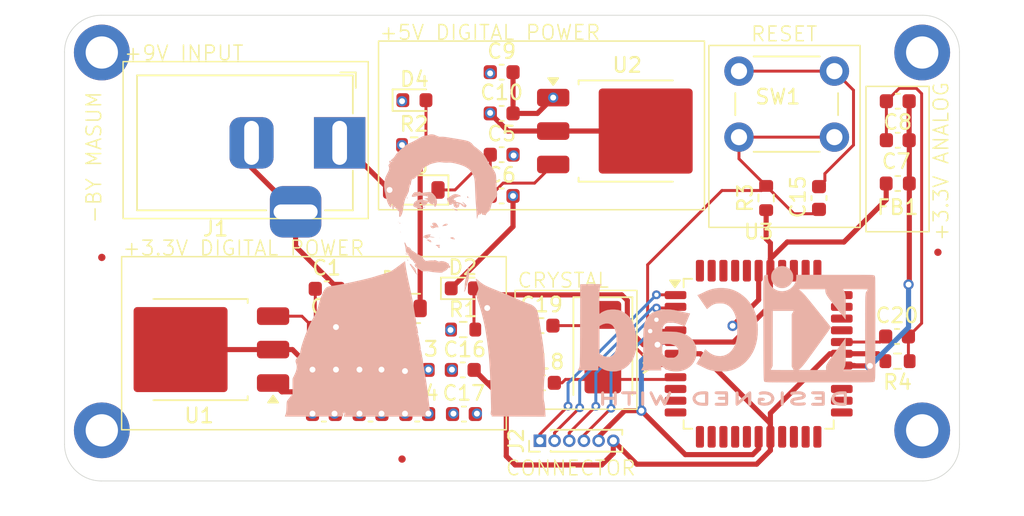
<source format=kicad_pcb>
(kicad_pcb (version 20241229) (generator "pcbnew") (generator_version "9.0")
  (title_block (title "ATmega32 Evaluaiton Board") (date "2025-05-28") (rev "v-1") (company "Md Masum Biswas"))
  (layers (0 "F.Cu" signal) (4 "In1.Cu" signal) (6 "In2.Cu" signal) (2 "B.Cu" signal) (13 "F.Paste" user) (15 "B.Paste" user) (5 "F.SilkS" user "F.Silkscreen") (7 "B.SilkS" user "B.Silkscreen") (1 "F.Mask" user) (3 "B.Mask" user) (25 "Edge.Cuts" user))
  (net 0 "")
  (net 1 "Net-(D1-K)")
  (net 2 "GNDA")
  (net 3 "+3v3D")
  (net 4 "Net-(D3-K)")
  (net 5 "+3v3A")
  (net 6 "+5VD")
  (net 7 "RST")
  (net 8 "Net-(C15-Pad2)")
  (net 9 "Net-(U3-XTAL1)")
  (net 10 "Net-(U3-XTAL2)")
  (net 11 "Net-(U3-AREF)")
  (net 12 "Net-(D2-A)")
  (net 13 "+9VD")
  (net 14 "Net-(D4-A)")
  (net 15 "PB7")
  (net 16 "PB5")
  (net 17 "PB6")
  (net 18 "PA6")
  (net 19 "PA3")
  (net 20 "PA5")
  (net 21 "PA1")
  (net 22 "PB4")
  (net 23 "PD5")
  (net 24 "PB3")
  (net 25 "PD7")
  (net 26 "PC4")
  (net 27 "PD6")
  (net 28 "PC1")
  (net 29 "PD4")
  (net 30 "PA4")
  (net 31 "PD2")
  (net 32 "PB0")
  (net 33 "PC3")
  (net 34 "PA2")
  (net 35 "PD1")
  (net 36 "PA7")
  (net 37 "PC2")
  (net 38 "PD3")
  (net 39 "PB2")
  (net 40 "PB1")
  (net 41 "PC6")
  (net 42 "PC5")
  (net 43 "PC0")
  (net 44 "PA0")
  (net 45 "PC7")
  (net 46 "PD0")
  (net 47 "GNDD")
  (footprint "Capacitor_SMD:C_0603_1608Metric" (layer "F.Cu") (at 50.055 67.83)
    (property "Reference" "C12" (at 0 -1.43 0) (layer "F.SilkS"))
    (property "Value" "4.7uF")
    (pad "1" smd roundrect (at -0.775 0) (size 0.9 0.95) (layers "F.Cu" "F.Mask" "F.Paste") (net 3 "+3v3D"))
    (pad "2" smd roundrect (at 0.775 0) (size 0.9 0.95) (layers "F.Cu" "F.Mask" "F.Paste") (net 47 "GNDD"))
  )
  (footprint "Capacitor_SMD:C_0603_1608Metric" (layer "F.Cu") (at 56.335 64.82)
    (property "Reference" "C16" (at 0.135 -1.39 0) (layer "F.SilkS"))
    (property "Value" "0.1uF")
    (pad "1" smd roundrect (at -0.775 0) (size 0.9 0.95) (layers "F.Cu" "F.Mask" "F.Paste") (net 3 "+3v3D"))
    (pad "2" smd roundrect (at 0.775 0) (size 0.9 0.95) (layers "F.Cu" "F.Mask" "F.Paste") (net 47 "GNDD"))
  )
  (footprint "Resistor_SMD:R_0603_1608Metric" (layer "F.Cu") (at 77 53.1 90)
    (property "Reference" "R3" (at 0 -1.43 90) (layer "F.SilkS"))
    (property "Value" "10k")
    (pad "1" smd roundrect (at -0.825 0 90) (size 0.8 0.95) (layers "F.Cu" "F.Mask" "F.Paste") (net 3 "+3v3D"))
    (pad "2" smd roundrect (at 0.825 0 90) (size 0.8 0.95) (layers "F.Cu" "F.Mask" "F.Paste") (net 7 "RST"))
  )
  (footprint "Capacitor_SMD:C_0603_1608Metric" (layer "F.Cu") (at 53.196667 64.82)
    (property "Reference" "C13" (at 0 -1.43 0) (layer "F.SilkS"))
    (property "Value" "0.1uF")
    (pad "1" smd roundrect (at -0.775 0) (size 0.9 0.95) (layers "F.Cu" "F.Mask" "F.Paste") (net 3 "+3v3D"))
    (pad "2" smd roundrect (at 0.775 0) (size 0.9 0.95) (layers "F.Cu" "F.Mask" "F.Paste") (net 47 "GNDD"))
  )
  (footprint "Package_TO_SOT_SMD:TO-252-3_TabPin2" (layer "F.Cu") (at 38.375 63.435 180)
    (property "Reference" "U1" (at 0 -4.5 0) (layer "F.SilkS"))
    (property "Value" "LM1117DT-3.3")
    (pad "1" smd roundrect (at -5.04 -2.28 180) (size 2.2 1.2) (layers "F.Cu" "F.Mask" "F.Paste") (roundrect_rratio 0.208333) (net 47 "GNDD"))
    (pad "2" smd roundrect (at -5.04 0 180) (size 2.2 1.2) (layers "F.Cu" "F.Mask" "F.Paste") (roundrect_rratio 0.208333) (net 3 "+3v3D"))
    (pad "2" smd roundrect (at 1.26 0 180) (size 6.4 5.8) (layers "F.Cu" "F.Mask") (roundrect_rratio 0.043103) (net 3 "+3v3D"))
    (pad "3" smd roundrect (at -5.04 2.28 180) (size 2.2 1.2) (layers "F.Cu" "F.Mask" "F.Paste") (roundrect_rratio 0.208333) (net 1 "Net-(D1-K)"))
  )
  (footprint "Capacitor_SMD:C_0603_1608Metric" (layer "F.Cu") (at 80.6 53.1 90)
    (property "Reference" "C15" (at 0.075 -1.43 90) (layer "F.SilkS"))
    (property "Value" "0.1uF")
    (pad "1" smd roundrect (at -0.775 0 90) (size 0.9 0.95) (layers "F.Cu" "F.Mask" "F.Paste") (net 7 "RST"))
    (pad "2" smd roundrect (at 0.775 0 90) (size 0.9 0.95) (layers "F.Cu" "F.Mask" "F.Paste") (net 8 "Net-(C15-Pad2)"))
  )
  (footprint "Button_Switch_THT:SW_PUSH_6mm_H4.3mm" (layer "F.Cu") (at 75.15 44.45)
    (property "Reference" "SW1" (at 2.65 1.75 0) (layer "F.SilkS"))
    (property "Value" "RESET")
    (pad "1" thru_hole circle (at 0 0 90) (size 2 2) (drill 1.1) (layers "*.Cu" "*.Mask") (net 8 "Net-(C15-Pad2)"))
    (pad "1" thru_hole circle (at 6.5 0 90) (size 2 2) (drill 1.1) (layers "*.Cu" "*.Mask") (net 8 "Net-(C15-Pad2)"))
    (pad "2" thru_hole circle (at 0 4.5 90) (size 2 2) (drill 1.1) (layers "*.Cu" "*.Mask") (net 7 "RST"))
    (pad "2" thru_hole circle (at 6.5 4.5 90) (size 2 2) (drill 1.1) (layers "*.Cu" "*.Mask") (net 7 "RST"))
  )
  (footprint "Diode_SMD:D_SOD-123" (layer "F.Cu") (at 53 52.55 180)
    (property "Reference" "D3" (at 0 1.62 0) (layer "F.SilkS"))
    (property "Value" "MBR0520")
    (pad "1" smd roundrect (at -1.65 0 180) (size 0.9 1.2) (layers "F.Cu" "F.Mask" "F.Paste") (net 4 "Net-(D3-K)"))
    (pad "2" smd roundrect (at 1.65 0 180) (size 0.9 1.2) (layers "F.Cu" "F.Mask" "F.Paste") (net 13 "+9VD"))
  )
  (footprint "Package_QFP:TQFP-44_10x10mm_P0.8mm" (layer "F.Cu") (at 76.49 63.72)
    (property "Reference" "U3" (at 0 -8.32 0) (layer "F.SilkS"))
    (property "Value" "ATmega32A-A")
    (pad "1" smd roundrect (at -5.6625 -4) (size 1.475 0.55) (layers "F.Cu" "F.Mask" "F.Paste") (net 16 "PB5"))
    (pad "2" smd roundrect (at -5.6625 -3.2) (size 1.475 0.55) (layers "F.Cu" "F.Mask" "F.Paste") (net 17 "PB6"))
    (pad "3" smd roundrect (at -5.6625 -2.4) (size 1.475 0.55) (layers "F.Cu" "F.Mask" "F.Paste") (net 15 "PB7"))
    (pad "4" smd roundrect (at -5.6625 -1.6) (size 1.475 0.55) (layers "F.Cu" "F.Mask" "F.Paste") (net 7 "RST"))
    (pad "5" smd roundrect (at -5.6625 -0.8) (size 1.475 0.55) (layers "F.Cu" "F.Mask" "F.Paste") (net 3 "+3v3D"))
    (pad "6" smd roundrect (at -5.6625 0) (size 1.475 0.55) (layers "F.Cu" "F.Mask" "F.Paste") (net 47 "GNDD"))
    (pad "7" smd roundrect (at -5.6625 0.8) (size 1.475 0.55) (layers "F.Cu" "F.Mask" "F.Paste") (net 10 "Net-(U3-XTAL2)"))
    (pad "8" smd roundrect (at -5.6625 1.6) (size 1.475 0.55) (layers "F.Cu" "F.Mask" "F.Paste") (net 9 "Net-(U3-XTAL1)"))
    (pad "9" smd roundrect (at -5.6625 2.4) (size 1.475 0.55) (layers "F.Cu" "F.Mask" "F.Paste") (net 46 "PD0"))
    (pad "10" smd roundrect (at -5.6625 3.2) (size 1.475 0.55) (layers "F.Cu" "F.Mask" "F.Paste") (net 35 "PD1"))
    (pad "11" smd roundrect (at -5.6625 4) (size 1.475 0.55) (layers "F.Cu" "F.Mask" "F.Paste") (net 31 "PD2"))
    (pad "12" smd roundrect (at -4 5.6625) (size 0.55 1.475) (layers "F.Cu" "F.Mask" "F.Paste") (net 38 "PD3"))
    (pad "13" smd roundrect (at -3.2 5.6625) (size 0.55 1.475) (layers "F.Cu" "F.Mask" "F.Paste") (net 29 "PD4"))
    (pad "14" smd roundrect (at -2.4 5.6625) (size 0.55 1.475) (layers "F.Cu" "F.Mask" "F.Paste") (net 23 "PD5"))
    (pad "15" smd roundrect (at -1.6 5.6625) (size 0.55 1.475) (layers "F.Cu" "F.Mask" "F.Paste") (net 27 "PD6"))
    (pad "16" smd roundrect (at -0.8 5.6625) (size 0.55 1.475) (layers "F.Cu" "F.Mask" "F.Paste") (net 25 "PD7"))
    (pad "17" smd roundrect (at 0 5.6625) (size 0.55 1.475) (layers "F.Cu" "F.Mask" "F.Paste") (net 3 "+3v3D"))
    (pad "18" smd roundrect (at 0.8 5.6625) (size 0.55 1.475) (layers "F.Cu" "F.Mask" "F.Paste") (net 47 "GNDD"))
    (pad "19" smd roundrect (at 1.6 5.6625) (size 0.55 1.475) (layers "F.Cu" "F.Mask" "F.Paste") (net 43 "PC0"))
    (pad "20" smd roundrect (at 2.4 5.6625) (size 0.55 1.475) (layers "F.Cu" "F.Mask" "F.Paste") (net 28 "PC1"))
    (pad "21" smd roundrect (at 3.2 5.6625) (size 0.55 1.475) (layers "F.Cu" "F.Mask" "F.Paste") (net 37 "PC2"))
    (pad "22" smd roundrect (at 4 5.6625) (size 0.55 1.475) (layers "F.Cu" "F.Mask" "F.Paste") (net 33 "PC3"))
    (pad "23" smd roundrect (at 5.6625 4) (size 1.475 0.55) (layers "F.Cu" "F.Mask" "F.Paste") (net 26 "PC4"))
    (pad "24" smd roundrect (at 5.6625 3.2) (size 1.475 0.55) (layers "F.Cu" "F.Mask" "F.Paste") (net 42 "PC5"))
    (pad "25" smd roundrect (at 5.6625 2.4) (size 1.475 0.55) (layers "F.Cu" "F.Mask" "F.Paste") (net 41 "PC6"))
    (pad "26" smd roundrect (at 5.6625 1.6) (size 1.475 0.55) (layers "F.Cu" "F.Mask" "F.Paste") (net 45 "PC7"))
    (pad "27" smd roundrect (at 5.6625 0.8) (size 1.475 0.55) (layers "F.Cu" "F.Mask" "F.Paste") (net 5 "+3v3A"))
    (pad "28" smd roundrect (at 5.6625 0) (size 1.475 0.55) (layers "F.Cu" "F.Mask" "F.Paste") (net 47 "GNDD"))
    (pad "29" smd roundrect (at 5.6625 -0.8) (size 1.475 0.55) (layers "F.Cu" "F.Mask" "F.Paste") (net 11 "Net-(U3-AREF)"))
    (pad "30" smd roundrect (at 5.6625 -1.6) (size 1.475 0.55) (layers "F.Cu" "F.Mask" "F.Paste") (net 36 "PA7"))
    (pad "31" smd roundrect (at 5.6625 -2.4) (size 1.475 0.55) (layers "F.Cu" "F.Mask" "F.Paste") (net 18 "PA6"))
    (pad "32" smd roundrect (at 5.6625 -3.2) (size 1.475 0.55) (layers "F.Cu" "F.Mask" "F.Paste") (net 20 "PA5"))
    (pad "33" smd roundrect (at 5.6625 -4) (size 1.475 0.55) (layers "F.Cu" "F.Mask" "F.Paste") (net 30 "PA4"))
    (pad "34" smd roundrect (at 4 -5.6625) (size 0.55 1.475) (layers "F.Cu" "F.Mask" "F.Paste") (net 19 "PA3"))
    (pad "35" smd roundrect (at 3.2 -5.6625) (size 0.55 1.475) (layers "F.Cu" "F.Mask" "F.Paste") (net 34 "PA2"))
    (pad "36" smd roundrect (at 2.4 -5.6625) (size 0.55 1.475) (layers "F.Cu" "F.Mask" "F.Paste") (net 21 "PA1"))
    (pad "37" smd roundrect (at 1.6 -5.6625) (size 0.55 1.475) (layers "F.Cu" "F.Mask" "F.Paste") (net 44 "PA0"))
    (pad "38" smd roundrect (at 0.8 -5.6625) (size 0.55 1.475) (layers "F.Cu" "F.Mask" "F.Paste") (net 3 "+3v3D"))
    (pad "39" smd roundrect (at 0 -5.6625) (size 0.55 1.475) (layers "F.Cu" "F.Mask" "F.Paste") (net 47 "GNDD"))
    (pad "40" smd roundrect (at -0.8 -5.6625) (size 0.55 1.475) (layers "F.Cu" "F.Mask" "F.Paste") (net 32 "PB0"))
    (pad "41" smd roundrect (at -1.6 -5.6625) (size 0.55 1.475) (layers "F.Cu" "F.Mask" "F.Paste") (net 40 "PB1"))
    (pad "42" smd roundrect (at -2.4 -5.6625) (size 0.55 1.475) (layers "F.Cu" "F.Mask" "F.Paste") (net 39 "PB2"))
    (pad "43" smd roundrect (at -3.2 -5.6625) (size 0.55 1.475) (layers "F.Cu" "F.Mask" "F.Paste") (net 24 "PB3"))
    (pad "44" smd roundrect (at -4 -5.6625) (size 0.55 1.475) (layers "F.Cu" "F.Mask" "F.Paste") (net 22 "PB4"))
  )
  (footprint "Capacitor_SMD:C_0603_1608Metric" (layer "F.Cu") (at 58.985 47.333333)
    (property "Reference" "C10" (at 0 -1.43 0) (layer "F.SilkS"))
    (property "Value" ".1uF")
    (pad "1" smd roundrect (at -0.775 0) (size 0.9 0.95) (layers "F.Cu" "F.Mask" "F.Paste") (net 6 "+5VD"))
    (pad "2" smd roundrect (at 0.775 0) (size 0.9 0.95) (layers "F.Cu" "F.Mask" "F.Paste") (net 47 "GNDD"))
  )
  (footprint "Capacitor_SMD:C_0603_1608Metric" (layer "F.Cu") (at 58.985 50.146667)
    (property "Reference" "C5" (at 0 -1.43 0) (layer "F.SilkS"))
    (property "Value" "10uF")
    (pad "1" smd roundrect (at -0.775 0) (size 0.9 0.95) (layers "F.Cu" "F.Mask" "F.Paste") (net 4 "Net-(D3-K)"))
    (pad "2" smd roundrect (at 0.775 0) (size 0.9 0.95) (layers "F.Cu" "F.Mask" "F.Paste") (net 47 "GNDD"))
  )
  (footprint "MountingHole:MountingHole_2.2mm_M2_DIN965_Pad" (layer "F.Cu") (at 87.63 43.18)
    (property "Reference" "H4" (hide yes))
    (property "Value" "MountingHole_Pad")
    (pad "1" thru_hole circle (at 0 0) (size 3.8 3.8) (drill 2.2) (layers "*.Cu" "*.Mask") (net 47 "GNDD"))
  )
  (footprint "Resistor_SMD:R_0603_1608Metric" (layer "F.Cu") (at 56.365 62.07)
    (property "Reference" "R1" (at 0 -1.37 0) (layer "F.SilkS"))
    (property "Value" "3.3k")
    (pad "1" smd roundrect (at -0.825 0) (size 0.8 0.95) (layers "F.Cu" "F.Mask" "F.Paste") (net 3 "+3v3D"))
    (pad "2" smd roundrect (at 0.825 0) (size 0.8 0.95) (layers "F.Cu" "F.Mask" "F.Paste") (net 12 "Net-(D2-A)"))
  )
  (footprint "Capacitor_SMD:C_0603_1608Metric" (layer "F.Cu") (at 85.915 62.54)
    (property "Reference" "C20" (at 0 -1.43 0) (layer "F.SilkS"))
    (property "Value" ".1uF")
    (pad "1" smd roundrect (at -0.775 0) (size 0.9 0.95) (layers "F.Cu" "F.Mask" "F.Paste") (net 11 "Net-(U3-AREF)"))
    (pad "2" smd roundrect (at 0.775 0) (size 0.9 0.95) (layers "F.Cu" "F.Mask" "F.Paste") (net 2 "GNDA"))
  )
  (footprint "Fiducial:Fiducial_0.5mm_Mask1.5mm" (layer "F.Cu") (at 31.75 57.15)
    (property "Reference" "FID1" (hide yes))
    (property "Value" "Fiducial")
    (pad "" smd circle (at 0 0) (size 0.5 0.5) (layers "F.Cu" "F.Mask"))
  )
  (footprint "MountingHole:MountingHole_2.2mm_M2_DIN965_Pad" (layer "F.Cu") (at 31.75 68.94)
    (property "Reference" "H2" (hide yes))
    (property "Value" "MountingHole_Pad")
    (pad "1" thru_hole circle (at 0 0) (size 3.8 3.8) (drill 2.2) (layers "*.Cu" "*.Mask") (net 47 "GNDD"))
  )
  (footprint "Capacitor_SMD:C_0603_1608Metric" (layer "F.Cu") (at 85.965 46.5 180)
    (property "Reference" "C8" (at 0 -1.43 0) (layer "F.SilkS"))
    (property "Value" "4.7uF")
    (pad "1" smd roundrect (at -0.775 0 180) (size 0.9 0.95) (layers "F.Cu" "F.Mask" "F.Paste") (net 5 "+3v3A"))
    (pad "2" smd roundrect (at 0.775 0 180) (size 0.9 0.95) (layers "F.Cu" "F.Mask" "F.Paste") (net 2 "GNDA"))
  )
  (footprint "Capacitor_SMD:C_0603_1608Metric" (layer "F.Cu") (at 58.985 52.96)
    (property "Reference" "C6" (at 0 -1.43 0) (layer "F.SilkS"))
    (property "Value" ".1uF")
    (pad "1" smd roundrect (at -0.775 0) (size 0.9 0.95) (layers "F.Cu" "F.Mask" "F.Paste") (net 4 "Net-(D3-K)"))
    (pad "2" smd roundrect (at 0.775 0) (size 0.9 0.95) (layers "F.Cu" "F.Mask" "F.Paste") (net 47 "GNDD"))
  )
  (footprint "Capacitor_SMD:C_0603_1608Metric" (layer "F.Cu") (at 85.965 49.16 180)
    (property "Reference" "C7" (at 0.105 -1.44 0) (layer "F.SilkS"))
    (property "Value" "0.1uF")
    (pad "1" smd roundrect (at -0.775 0 180) (size 0.9 0.95) (layers "F.Cu" "F.Mask" "F.Paste") (net 5 "+3v3A"))
    (pad "2" smd roundrect (at 0.775 0 180) (size 0.9 0.95) (layers "F.Cu" "F.Mask" "F.Paste") (net 2 "GNDA"))
  )
  (footprint "Capacitor_SMD:C_0603_1608Metric" (layer "F.Cu") (at 46.875 67.83)
    (property "Reference" "C4" (at 0 -1.43 0) (layer "F.SilkS"))
    (property "Value" ".1uF")
    (pad "1" smd roundrect (at -0.775 0) (size 0.9 0.95) (layers "F.Cu" "F.Mask" "F.Paste") (net 3 "+3v3D"))
    (pad "2" smd roundrect (at 0.775 0) (size 0.9 0.95) (layers "F.Cu" "F.Mask" "F.Paste") (net 47 "GNDD"))
  )
  (footprint "Capacitor_SMD:C_0603_1608Metric" (layer "F.Cu") (at 46.945 61.95)
    (property "Reference" "C2" (at 0 -1.43 0) (layer "F.SilkS"))
    (property "Value" ".1uF")
    (pad "1" smd roundrect (at -0.775 0) (size 0.9 0.95) (layers "F.Cu" "F.Mask" "F.Paste") (net 1 "Net-(D1-K)"))
    (pad "2" smd roundrect (at 0.775 0) (size 0.9 0.95) (layers "F.Cu" "F.Mask" "F.Paste") (net 47 "GNDD"))
  )
  (footprint "Crystal:Crystal_SMD_0603-2Pin_6.0x3.5mm" (layer "F.Cu") (at 65.88 63.27 -90)
    (property "Reference" "Y1" (at 0.93 -3.32 90) (layer "F.SilkS"))
    (property "Value" "16MHz")
    (pad "1" smd roundrect (at -2.2 0 270) (size 1.9 2.5) (layers "F.Cu" "F.Mask" "F.Paste") (roundrect_rratio 0.131579) (net 10 "Net-(U3-XTAL2)"))
    (pad "2" smd roundrect (at 2.2 0 270) (size 1.9 2.5) (layers "F.Cu" "F.Mask" "F.Paste") (roundrect_rratio 0.131579) (net 9 "Net-(U3-XTAL1)"))
  )
  (footprint "Resistor_SMD:R_0603_1608Metric" (layer "F.Cu") (at 85.95 64.225 180)
    (property "Reference" "R4" (at 0 -1.43 0) (layer "F.SilkS"))
    (property "Value" "1k")
    (pad "1" smd roundrect (at -0.825 0 180) (size 0.8 0.95) (layers "F.Cu" "F.Mask" "F.Paste") (net 2 "GNDA"))
    (pad "2" smd roundrect (at 0.825 0 180) (size 0.8 0.95) (layers "F.Cu" "F.Mask" "F.Paste") (net 47 "GNDD"))
  )
  (footprint "Diode_SMD:D_SOD-123" (layer "F.Cu") (at 51.785 60.63)
    (property "Reference" "D1" (at 0 -2 0) (layer "F.SilkS"))
    (property "Value" "MBR0520")
    (pad "1" smd roundrect (at -1.65 0) (size 0.9 1.2) (layers "F.Cu" "F.Mask" "F.Paste") (net 1 "Net-(D1-K)"))
    (pad "2" smd roundrect (at 1.65 0) (size 0.9 1.2) (layers "F.Cu" "F.Mask" "F.Paste") (net 6 "+5VD"))
  )
  (footprint "Capacitor_SMD:C_0603_1608Metric" (layer "F.Cu") (at 61.8 65.7)
    (property "Reference" "C18" (at 0 -1.43 0) (layer "F.SilkS"))
    (property "Value" "22pF")
    (pad "1" smd roundrect (at -0.775 0) (size 0.9 0.95) (layers "F.Cu" "F.Mask" "F.Paste") (net 47 "GNDD"))
    (pad "2" smd roundrect (at 0.775 0) (size 0.9 0.95) (layers "F.Cu" "F.Mask" "F.Paste") (net 9 "Net-(U3-XTAL1)"))
  )
  (footprint "Package_TO_SOT_SMD:TO-252-3_TabPin2" (layer "F.Cu") (at 67.535 48.535)
    (property "Reference" "U2" (at 0 -4.5 0) (layer "F.SilkS"))
    (property "Value" "LM1117DT-5.0")
    (pad "1" smd roundrect (at -5.04 -2.28) (size 2.2 1.2) (layers "F.Cu" "F.Mask" "F.Paste") (roundrect_rratio 0.208333) (net 47 "GNDD"))
    (pad "2" smd roundrect (at -5.04 0) (size 2.2 1.2) (layers "F.Cu" "F.Mask" "F.Paste") (roundrect_rratio 0.208333) (net 6 "+5VD"))
    (pad "2" smd roundrect (at 1.26 0) (size 6.4 5.8) (layers "F.Cu" "F.Mask") (roundrect_rratio 0.043103) (net 6 "+5VD"))
    (pad "3" smd roundrect (at -5.04 2.28) (size 2.2 1.2) (layers "F.Cu" "F.Mask" "F.Paste") (roundrect_rratio 0.208333) (net 4 "Net-(D3-K)"))
  )
  (footprint "Connector_PinHeader_1.00mm:PinHeader_1x06_P1.00mm_Vertical" (layer "F.Cu") (at 61.59 69.65 90)
    (property "Reference" "J2" (at 0 -1.61 90) (layer "F.SilkS"))
    (property "Value" "Conn_01x06")
    (pad "1" thru_hole rect (at 0 0 90) (size 0.85 0.85) (drill 0.5) (layers "*.Cu" "*.Mask") (net 16 "PB5"))
    (pad "2" thru_hole circle (at 0 1 90) (size 0.85 0.85) (drill 0.5) (layers "*.Cu" "*.Mask") (net 17 "PB6"))
    (pad "3" thru_hole circle (at 0 2 90) (size 0.85 0.85) (drill 0.5) (layers "*.Cu" "*.Mask") (net 15 "PB7"))
    (pad "4" thru_hole circle (at 0 3 90) (size 0.85 0.85) (drill 0.5) (layers "*.Cu" "*.Mask") (net 7 "RST"))
    (pad "5" thru_hole circle (at 0 4 90) (size 0.85 0.85) (drill 0.5) (layers "*.Cu" "*.Mask") (net 3 "+3v3D"))
    (pad "6" thru_hole circle (at 0 5 90) (size 0.85 0.85) (drill 0.5) (layers "*.Cu" "*.Mask") (net 47 "GNDD"))
  )
  (footprint "Capacitor_SMD:C_0603_1608Metric" (layer "F.Cu") (at 53.235 67.83)
    (property "Reference" "C14" (at 0 -1.43 0) (layer "F.SilkS"))
    (property "Value" "4.7uF")
    (pad "1" smd roundrect (at -0.775 0) (size 0.9 0.95) (layers "F.Cu" "F.Mask" "F.Paste") (net 3 "+3v3D"))
    (pad "2" smd roundrect (at 0.775 0) (size 0.9 0.95) (layers "F.Cu" "F.Mask" "F.Paste") (net 47 "GNDD"))
  )
  (footprint "Capacitor_SMD:C_0603_1608Metric" (layer "F.Cu") (at 46.92 64.82)
    (property "Reference" "C3" (at 0 -1.43 0) (layer "F.SilkS"))
    (property "Value" "10uF")
    (pad "1" smd roundrect (at -0.775 0) (size 0.9 0.95) (layers "F.Cu" "F.Mask" "F.Paste") (net 3 "+3v3D"))
    (pad "2" smd roundrect (at 0.775 0) (size 0.9 0.95) (layers "F.Cu" "F.Mask" "F.Paste") (net 47 "GNDD"))
  )
  (footprint "Resistor_SMD:R_0603_1608Metric" (layer "F.Cu") (at 53.0225 49.49)
    (property "Reference" "R2" (at 0 -1.43 0) (layer "F.SilkS"))
    (property "Value" "4k7")
    (pad "1" smd roundrect (at -0.825 0) (size 0.8 0.95) (layers "F.Cu" "F.Mask" "F.Paste") (net 6 "+5VD"))
    (pad "2" smd roundrect (at 0.825 0) (size 0.8 0.95) (layers "F.Cu" "F.Mask" "F.Paste") (net 14 "Net-(D4-A)"))
  )
  (footprint "Capacitor_SMD:C_0603_1608Metric" (layer "F.Cu") (at 61.7 61.8)
    (property "Reference" "C19" (at 0 -1.43 0) (layer "F.SilkS"))
    (property "Value" "22pF")
    (pad "1" smd roundrect (at -0.775 0) (size 0.9 0.95) (layers "F.Cu" "F.Mask" "F.Paste") (net 47 "GNDD"))
    (pad "2" smd roundrect (at 0.775 0) (size 0.9 0.95) (layers "F.Cu" "F.Mask" "F.Paste") (net 10 "Net-(U3-XTAL2)"))
  )
  (footprint "Capacitor_SMD:C_0603_1608Metric" (layer "F.Cu") (at 58.985 44.52)
    (property "Reference" "C9" (at 0 -1.43 0) (layer "F.SilkS"))
    (property "Value" "10uF")
    (pad "1" smd roundrect (at -0.775 0) (size 0.9 0.95) (layers "F.Cu" "F.Mask" "F.Paste") (net 6 "+5VD"))
    (pad "2" smd roundrect (at 0.775 0) (size 0.9 0.95) (layers "F.Cu" "F.Mask" "F.Paste") (net 47 "GNDD"))
  )
  (footprint "MountingHole:MountingHole_2.2mm_M2_DIN965_Pad" (layer "F.Cu") (at 31.75 43.18)
    (property "Reference" "H1" (hide yes))
    (property "Value" "MountingHole_Pad")
    (pad "1" thru_hole circle (at 0 0) (size 3.8 3.8) (drill 2.2) (layers "*.Cu" "*.Mask") (net 47 "GNDD"))
  )
  (footprint "LED_SMD:LED_0603_1608Metric" (layer "F.Cu") (at 53.0425 46.43)
    (property "Reference" "D4" (at 0 -1.43 0) (layer "F.SilkS"))
    (property "Value" "LED")
    (pad "1" smd roundrect (at -0.7875 0) (size 0.875 0.95) (layers "F.Cu" "F.Mask" "F.Paste") (net 47 "GNDD"))
    (pad "2" smd roundrect (at 0.7875 0) (size 0.875 0.95) (layers "F.Cu" "F.Mask" "F.Paste") (net 14 "Net-(D4-A)"))
  )
  (footprint "Fiducial:Fiducial_0.5mm_Mask1.5mm" (layer "F.Cu") (at 88.7 56.8)
    (property "Reference" "FID2" (hide yes))
    (property "Value" "Fiducial")
    (pad "" smd circle (at 0 0) (size 0.5 0.5) (layers "F.Cu" "F.Mask"))
  )
  (footprint "Capacitor_SMD:C_0603_1608Metric" (layer "F.Cu") (at 50.058333 64.82)
    (property "Reference" "C11" (at 0 -1.43 0) (layer "F.SilkS"))
    (property "Value" "0.1uF")
    (pad "1" smd roundrect (at -0.775 0) (size 0.9 0.95) (layers "F.Cu" "F.Mask" "F.Paste") (net 3 "+3v3D"))
    (pad "2" smd roundrect (at 0.775 0) (size 0.9 0.95) (layers "F.Cu" "F.Mask" "F.Paste") (net 47 "GNDD"))
  )
  (footprint "LED_SMD:LED_0603_1608Metric" (layer "F.Cu") (at 56.335 59.26)
    (property "Reference" "D2" (at 0 -1.43 0) (layer "F.SilkS"))
    (property "Value" "LED")
    (pad "1" smd roundrect (at -0.7875 0) (size 0.875 0.95) (layers "F.Cu" "F.Mask" "F.Paste") (net 47 "GNDD"))
    (pad "2" smd roundrect (at 0.7875 0) (size 0.875 0.95) (layers "F.Cu" "F.Mask" "F.Paste") (net 12 "Net-(D2-A)"))
  )
  (footprint "Connector_BarrelJack:BarrelJack_Horizontal" (layer "F.Cu") (at 47.95 49.34)
    (property "Reference" "J1" (at -8.45 5.86 0) (layer "F.SilkS"))
    (property "Value" "Barrel_Jack_Switch")
    (pad "1" thru_hole rect (at 0 0) (size 3.5 3.5) (drill oval 1 3) (layers "*.Cu" "*.Mask") (net 13 "+9VD"))
    (pad "2" thru_hole roundrect (at -6 0) (size 3 3.5) (drill oval 1 3) (layers "*.Cu" "*.Mask") (net 47 "GNDD"))
    (pad "3" thru_hole roundrect (at -3 4.7) (size 3.5 3.5) (drill oval 3 1) (layers "*.Cu" "*.Mask") (net 47 "GNDD"))
  )
  (footprint "Capacitor_SMD:C_0603_1608Metric" (layer "F.Cu") (at 47.065 59.29)
    (property "Reference" "C1" (at 0 -1.43 0) (layer "F.SilkS"))
    (property "Value" "10uF")
    (pad "1" smd roundrect (at -0.775 0) (size 0.9 0.95) (layers "F.Cu" "F.Mask" "F.Paste") (net 1 "Net-(D1-K)"))
    (pad "2" smd roundrect (at 0.775 0) (size 0.9 0.95) (layers "F.Cu" "F.Mask" "F.Paste") (net 47 "GNDD"))
  )
  (footprint "Inductor_SMD:L_0603_1608Metric" (layer "F.Cu") (at 85.965 52.11)
    (property "Reference" "FB1" (at 0 1.62 0) (layer "F.SilkS"))
    (property "Value" "1k")
    (pad "1" smd roundrect (at -0.7875 0) (size 0.875 0.95) (layers "F.Cu" "F.Mask" "F.Paste") (net 3 "+3v3D"))
    (pad "2" smd roundrect (at 0.7875 0) (size 0.875 0.95) (layers "F.Cu" "F.Mask" "F.Paste") (net 5 "+3v3A"))
  )
  (footprint "Fiducial:Fiducial_0.5mm_Mask1.5mm" (layer "F.Cu") (at 52.2 70.9)
    (property "Reference" "FID3" (hide yes))
    (property "Value" "Fiducial")
    (pad "" smd circle (at 0 0) (size 0.5 0.5) (layers "F.Cu" "F.Mask"))
  )
  (footprint "Capacitor_SMD:C_0603_1608Metric" (layer "F.Cu") (at 56.415 67.83)
    (property "Reference" "C17" (at 0 -1.43 0) (layer "F.SilkS"))
    (property "Value" "4.7uF")
    (pad "1" smd roundrect (at -0.775 0) (size 0.9 0.95) (layers "F.Cu" "F.Mask" "F.Paste") (net 3 "+3v3D"))
    (pad "2" smd roundrect (at 0.775 0) (size 0.9 0.95) (layers "F.Cu" "F.Mask" "F.Paste") (net 47 "GNDD"))
  )
  (footprint "MountingHole:MountingHole_2.2mm_M2_DIN965_Pad" (layer "F.Cu") (at 87.63 68.94)
    (property "Reference" "H3" (hide yes))
    (property "Value" "MountingHole_Pad")
    (pad "1" thru_hole circle (at 0 0) (size 3.8 3.8) (drill 2.2) (layers "*.Cu" "*.Mask") (net 47 "GNDD"))
  )
  (footprint "LOGO" (layer "B.Cu") (at 53.8 58 180)
    (property "Reference" "G***" (hide yes))
    (property "Value" "LOGO" (hide yes))
  )
  (footprint "Symbol:KiCad-Logo2_8mm_SilkScreen" (layer "B.Cu") (at 74.309893 61.676424 180)
    (property "Reference" "REF**" (hide yes))
    (property "Value" "KiCad-Logo2_8mm_SilkScreen" (hide yes))
  )
  (gr_rect (start 33.2 43.8) (end 49.9 54.5) (stroke (width 0.1)) (fill no) (layer "F.SilkS"))
  (gr_rect (start 73.1 42.7) (end 83.4 55.1) (stroke (width 0.1)) (fill no) (layer "F.SilkS"))
  (gr_rect (start 83.8 45.49) (end 88.1 55.4) (stroke (width 0.1)) (fill no) (layer "F.SilkS"))
  (gr_rect (start 50.6 42.4) (end 72.8 53.9) (stroke (width 0.1)) (fill no) (layer "F.SilkS"))
  (gr_rect (start 33.1 57.1) (end 59.3 68.9) (stroke (width 0.1)) (fill no) (layer "F.SilkS"))
  (gr_rect (start 59.9 59.4) (end 68.2 67.5) (stroke (width 0.1)) (fill no) (layer "F.SilkS"))
  (gr_line (start 90.17 69.89) (end 90.17 43.14) (stroke (width 0.05)) (layer "Edge.Cuts"))
  (gr_arc (start 29.21 43.14) (mid 29.942233 41.372233) (end 31.71 40.64) (stroke (width 0.05)) (layer "Edge.Cuts"))
  (gr_arc (start 87.67 40.64) (mid 89.437767 41.372233) (end 90.17 43.14) (stroke (width 0.05)) (layer "Edge.Cuts"))
  (gr_line (start 31.71 72.39) (end 87.67 72.39) (stroke (width 0.05)) (layer "Edge.Cuts"))
  (gr_line (start 29.21 43.14) (end 29.21 69.89) (stroke (width 0.05)) (layer "Edge.Cuts"))
  (gr_arc (start 90.17 69.89) (mid 89.437767 71.657767) (end 87.67 72.39) (stroke (width 0.05)) (layer "Edge.Cuts"))
  (gr_arc (start 31.71 72.39) (mid 29.942233 71.657767) (end 29.21 69.89) (stroke (width 0.05)) (layer "Edge.Cuts"))
  (gr_line (start 87.67 40.64) (end 31.71 40.64) (stroke (width 0.05)) (layer "Edge.Cuts"))
  (gr_text "+3.3V ANALOG" (at 89.5 56.1 90) (layer "F.SilkS") (effects (font (size 1 1) (thickness 0.1)) (justify left bottom)))
  (gr_text "+9V INPUT" (at 33.2 43.8 0) (layer "F.SilkS") (effects (font (size 1 1) (thickness 0.1)) (justify left bottom)))
  (gr_text "CONNECTOR" (at 59.2 72.1 0) (layer "F.SilkS") (effects (font (size 1 1) (thickness 0.1)) (justify left bottom)))
  (gr_text "-BY MASUM" (at 31.8 54.9 90) (layer "F.SilkS") (effects (font (size 1 1) (thickness 0.1)) (justify left bottom)))
  (gr_text "CRYSTAL" (at 60 59.3 0) (layer "F.SilkS") (effects (font (size 1 1) (thickness 0.1)) (justify left bottom)))
  (gr_text "+3.3V DIGITAL POWER" (at 33.1 57.1 0) (layer "F.SilkS") (effects (font (size 1 1) (thickness 0.1)) (justify left bottom)))
  (gr_text "RESET" (at 75.9 42.5 0) (layer "F.SilkS") (effects (font (size 1 1) (thickness 0.1)) (justify left bottom)))
  (gr_text "+5V DIGITAL POWER" (at 50.6 42.4 0) (layer "F.SilkS") (effects (font (size 1 1) (thickness 0.1)) (justify left bottom)))
  (segment (start 46.29 59.29) (end 46.29 61.83) (width 0.2) (layer "F.Cu") (net 1))
  (segment (start 47.49 60.63) (end 46.17 61.95) (width 0.2) (layer "F.Cu") (net 1))
  (segment (start 43.415 61.155) (end 45.375 61.155) (width 0.2) (layer "F.Cu") (net 1))
  (segment (start 46.29 61.83) (end 46.17 61.95) (width 0.2) (layer "F.Cu") (net 1))
  (segment (start 45.375 61.155) (end 46.17 61.95) (width 0.2) (layer "F.Cu") (net 1))
  (segment (start 50.135 60.63) (end 47.49 60.63) (width 0.2) (layer "F.Cu") (net 1))
  (segment (start 87.591 45.984468) (end 87.591 61.639) (width 0.2) (layer "F.Cu") (net 2))
  (segment (start 85.19 49.16) (end 85.19 46.5) (width 0.2) (layer "F.Cu") (net 2))
  (segment (start 86.69 64.14) (end 86.775 64.225) (width 0.2) (layer "F.Cu") (net 2))
  (segment (start 87.591 61.639) (end 86.69 62.54) (width 0.2) (layer "F.Cu") (net 2))
  (segment (start 86.69 62.54) (end 86.69 64.14) (width 0.2) (layer "F.Cu") (net 2))
  (segment (start 85.19 46.5) (end 86.066 45.624) (width 0.2) (layer "F.Cu") (net 2))
  (segment (start 87.230532 45.624) (end 87.591 45.984468) (width 0.2) (layer "F.Cu") (net 2))
  (segment (start 86.066 45.624) (end 87.230532 45.624) (width 0.2) (layer "F.Cu") (net 2))
  (segment (start 52.421667 64.82) (end 52.421667 64.878333) (width 0.35) (layer "F.Cu") (net 3))
  (segment (start 52.46 67.83) (end 52.43 67.83) (width 0.35) (layer "F.Cu") (net 3))
  (segment (start 67.365793 67.6) (end 68.5 67.6) (width 0.35) (layer "F.Cu") (net 3))
  (segment (start 58 60.5) (end 58 60.6) (width 0.35) (layer "F.Cu") (net 3))
  (segment (start 49.28 67.82) (end 49.3 67.8) (width 0.35) (layer "F.Cu") (net 3))
  (segment (start 77.29 58.0575) (end 77.29 60.41) (width 0.35) (layer "F.Cu") (net 3))
  (segment (start 55.54 62.07) (end 55.53 62.07) (width 0.35) (layer "F.Cu") (net 3))
  (segment (start 67.162794 59.704) (end 58.796 59.704) (width 0.35) (layer "F.Cu") (net 3))
  (segment (start 43.415 63.435) (end 37.115 63.435) (width 0.35) (layer "F.Cu") (net 3))
  (segment (start 55.53 62.07) (end 55.5 62.1) (width 0.35) (layer "F.Cu") (net 3))
  (segment (start 58.406288 60.093712) (end 58 60.5) (width 0.35) (layer "F.Cu") (net 3))
  (segment (start 52.43 67.83) (end 52.4 67.8) (width 0.35) (layer "F.Cu") (net 3))
  (segment (start 67.546 60.087206) (end 67.162794 59.704) (width 0.35) (layer "F.Cu") (net 3))
  (segment (start 85.1775 53.2225) (end 82.3 56.1) (width 0.35) (layer "F.Cu") (net 3))
  (segment (start 78.43857 56.1) (end 77.29 57.24857) (width 0.35) (layer "F.Cu") (net 3))
  (segment (start 68.639734 63.1) (end 67.546 62.006266) (width 0.35) (layer "F.Cu") (net 3))
  (segment (start 77.29 57.24857) (end 77.29 58.0575) (width 0.35) (layer "F.Cu") (net 3))
  (segment (start 52.421667 64.878333) (end 52.4 64.9) (width 0.35) (layer "F.Cu") (net 3))
  (segment (start 77 55.88) (end 77.29 56.17) (width 0.35) (layer "F.Cu") (net 3))
  (segment (start 46.1 67.83) (end 46.1 67.8) (width 0.35) (layer "F.Cu") (net 3))
  (segment (start 69.6 63.1) (end 68.639734 63.1) (width 0.35) (layer "F.Cu") (net 3))
  (segment (start 44.735 63.435) (end 46.1 64.8) (width 0.35) (layer "F.Cu") (net 3))
  (segment (start 76.49 69.3825) (end 76.49 70.19143) (width 0.35) (layer "F.Cu") (net 3))
  (segment (start 49.28 67.83) (end 49.28 67.82) (width 0.35) (layer "F.Cu") (net 3))
  (segment (start 55.56 64.82) (end 55.58 64.82) (width 0.35) (layer "F.Cu") (net 3))
  (segment (start 71.496 70.596) (end 68.5 67.6) (width 0.35) (layer "F.Cu") (net 3))
  (segment (start 74.78 62.92) (end 70.8275 62.92) (width 0.35) (layer "F.Cu") (net 3))
  (segment (start 82.3 56.1) (end 78.43857 56.1) (width 0.35) (layer "F.Cu") (net 3))
  (segment (start 46.145 64.82) (end 46.12 64.82) (width 0.35) (layer "F.Cu") (net 3))
  (segment (start 69.6 63.1) (end 69.78 62.92) (width 0.35) (layer "F.Cu") (net 3))
  (segment (start 76.49 70.19143) (end 76.08543 70.596) (width 0.35) (layer "F.Cu") (net 3))
  (segment (start 65.59 69.65) (end 65.59 69.375793) (width 0.35) (layer "F.Cu") (net 3))
  (segment (start 69.78 62.92) (end 70.8275 62.92) (width 0.35) (layer "F.Cu") (net 3))
  (segment (start 76.08543 70.596) (end 71.496 70.596) (width 0.35) (layer "F.Cu") (net 3))
  (segment (start 67.546 62.006266) (end 67.546 60.087206) (width 0.35) (layer "F.Cu") (net 3))
  (segment (start 49.283333 64.82) (end 49.283333 64.816667) (width 0.35) (layer "F.Cu") (net 3))
  (segment (start 43.415 63.435) (end 44.735 63.435) (width 0.35) (layer "F.Cu") (net 3))
  (segment (start 46.12 64.82) (end 46.1 64.8) (width 0.35) (layer "F.Cu") (net 3))
  (segment (start 65.59 69.375793) (end 67.365793 67.6) (width 0.35) (layer "F.Cu") (net 3))
  (segment (start 85.1775 52.11) (end 85.1775 53.2225) (width 0.35) (layer "F.Cu") (net 3))
  (segment (start 77 53.925) (end 77 55.88) (width 0.35) (layer "F.Cu") (net 3))
  (segment (start 55.58 64.82) (end 55.6 64.8) (width 0.35) (layer "F.Cu") (net 3))
  (segment (start 77.29 56.17) (end 77.29 58.0575) (width 0.35) (layer "F.Cu") (net 3))
  (segment (start 55.64 67.83) (end 55.67 67.83) (width 0.35) (layer "F.Cu") (net 3))
  (segment (start 49.283333 64.816667) (end 49.3 64.8) (width 0.35) (layer "F.Cu") (net 3))
  (segment (start 58.796 59.704) (end 58.406288 60.093712) (width 0.35) (layer "F.Cu") (net 3))
  (segment (start 77.29 60.41) (end 74.78 62.92) (width 0.35) (layer "F.Cu") (net 3))
  (segment (start 55.67 67.83) (end 55.7 67.8) (width 0.35) (layer "F.Cu") (net 3))
  (via (at 46.1 64.8) (size 0.7) (drill 0.4) (layers "F.Cu" "B.Cu") (net 3))
  (via (at 46.1 67.8) (size 0.7) (drill 0.4) (layers "F.Cu" "B.Cu") (net 3))
  (via (at 55.6 64.8) (size 0.7) (drill 0.4) (layers "F.Cu" "B.Cu") (net 3))
  (via (at 52.4 64.9) (size 0.7) (drill 0.4) (layers "F.Cu" "B.Cu") (net 3))
  (via (at 52.4 67.8) (size 0.7) (drill 0.4) (layers "F.Cu" "B.Cu") (net 3))
  (via (at 68.5 67.6) (size 0.7) (drill 0.4) (layers "F.Cu" "B.Cu") (net 3))
  (via (at 58 60.6) (size 0.7) (drill 0.4) (layers "F.Cu" "B.Cu") (net 3))
  (via (at 69.6 63.1) (size 0.7) (drill 0.4) (layers "F.Cu" "B.Cu") (net 3))
  (via (at 49.3 67.8) (size 0.7) (drill 0.4) (layers "F.Cu" "B.Cu") (net 3))
  (via (at 55.5 62.1) (size 0.7) (drill 0.4) (layers "F.Cu" "B.Cu") (net 3))
  (via (at 49.3 64.8) (size 0.7) (drill 0.4) (layers "F.Cu" "B.Cu") (net 3))
  (via (at 55.7 67.8) (size 0.7) (drill 0.4) (layers "F.Cu" "B.Cu") (net 3))
  (segment (start 68.5 64.2) (end 69.6 63.1) (width 0.35) (layer "B.Cu") (net 3))
  (segment (start 68.5 67.6) (end 68.5 64.2) (width 0.35) (layer "B.Cu") (net 3))
  (segment (start 58.21 52.96) (end 59.086 52.084) (width 0.2) (layer "F.Cu") (net 4))
  (segment (start 55.806667 52.55) (end 58.21 50.146667) (width 0.2) (layer "F.Cu") (net 4))
  (segment (start 54.65 52.55) (end 55.806667 52.55) (width 0.2) (layer "F.Cu") (net 4))
  (segment (start 61.226 52.084) (end 62.495 50.815) (width 0.2) (layer "F.Cu") (net 4))
  (segment (start 59.086 52.084) (end 61.226 52.084) (width 0.2) (layer "F.Cu") (net 4))
  (segment (start 58.21 50.146667) (end 58.21 52.96) (width 0.2) (layer "F.Cu") (net 4))
  (segment (start 82.1775 64.545) (end 82.1525 64.52) (width 0.35) (layer "F.Cu") (net 5))
  (segment (start 86.74 46.5) (end 86.74 49.16) (width 0.35) (layer "F.Cu") (net 5))
  (segment (start 86.7525 52.11) (end 86.7525 59.13807) (width 0.35) (layer "F.Cu") (net 5))
  (segment (start 86.7525 49.1725) (end 86.74 49.16) (width 0.35) (layer "F.Cu") (net 5))
  (segment (start 86.7525 52.11) (end 86.7525 49.1725) (width 0.35) (layer "F.Cu") (net 5))
  (segment (start 86.7525 59.0525) (end 86.7 59) (width 0.35) (layer "F.Cu") (net 5))
  (segment (start 83.01043 64.52) (end 82.1525 64.52) (width 0.35) (layer "F.Cu") (net 5))
  (segment (start 86.7525 59.13807) (end 86.7525 59.0525) (width 0.35) (layer "F.Cu") (net 5))
  (segment (start 84.075 64.545) (end 82.1775 64.545) (width 0.35) (layer "F.Cu") (net 5))
  (via (at 84.075 64.545) (size 0.7) (drill 0.4) (layers "F.Cu" "B.Cu") (net 5))
  (via (at 86.7 59) (size 0.7) (drill 0.4) (layers "F.Cu" "B.Cu") (net 5))
  (segment (start 86.7 59) (end 86.7 61.92) (width 0.35) (layer "B.Cu") (net 5))
  (segment (start 86.7 61.92) (end 84.075 64.545) (width 0.35) (layer "B.Cu") (net 5))
  (segment (start 58.21 44.52) (end 58.21 44.59) (width 0.35) (layer "F.Cu") (net 6))
  (segment (start 58.21 44.59) (end 58.2 44.6) (width 0.35) (layer "F.Cu") (net 6))
  (segment (start 62.495 48.535) (end 59.411667 48.535) (width 0.35) (layer "F.Cu") (net 6))
  (segment (start 58.21 47.31) (end 58.2 47.3) (width 0.35) (layer "F.Cu") (net 6))
  (segment (start 53.435 50.7275) (end 52.1975 49.49) (width 0.35) (layer "F.Cu") (net 6))
  (segment (start 62.495 48.535) (end 68.795 48.535) (width 0.35) (layer "F.Cu") (net 6))
  (segment (start 53.435 60.63) (end 53.435 50.7275) (width 0.35) (layer "F.Cu") (net 6))
  (segment (start 58.21 47.333333) (end 58.21 47.31) (width 0.35) (layer "F.Cu") (net 6))
  (segment (start 59.411667 48.535) (end 58.21 47.333333) (width 0.35) (layer "F.Cu") (net 6))
  (via (at 52.1975 49.49) (size 0.7) (drill 0.4) (layers "F.Cu" "B.Cu") (net 6))
  (via (at 58.2 47.3) (size 0.7) (drill 0.4) (layers "F.Cu" "B.Cu") (net 6))
  (via (at 58.2 44.6) (size 0.7) (drill 0.4) (layers "F.Cu" "B.Cu") (net 6))
  (segment (start 68.971657 62.174265) (end 69.102512 62.174265) (width 0.2) (layer "F.Cu") (net 7))
  (segment (start 81.65 48.95) (end 75.15 48.95) (width 0.2) (layer "F.Cu") (net 7))
  (segment (start 75.15 50.425) (end 77 52.275) (width 0.2) (layer "F.Cu") (net 7))
  (segment (start 68.928247 62.130855) (end 68.971657 62.174265) (width 0.2) (layer "F.Cu") (net 7))
  (segment (start 68.928247 57.651753) (end 68.928247 62) (width 0.2) (layer "F.Cu") (net 7))
  (segment (start 73.99 52.59) (end 68.928247 57.651753) (width 0.2) (layer "F.Cu") (net 7))
  (segment (start 69.182229 62.174265) (end 69.236494 62.12) (width 0.2) (layer "F.Cu") (net 7))
  (segment (start 80.3 54.175) (end 78.9 54.175) (width 0.2) (layer "F.Cu") (net 7))
  (segment (start 76.685 52.59) (end 73.99 52.59) (width 0.2) (layer "F.Cu") (net 7))
  (segment (start 77 52.275) (end 76.685 52.59) (width 0.2) (layer "F.Cu") (net 7))
  (segment (start 69.236494 62.12) (end 70.8275 62.12) (width 0.2) (layer "F.Cu") (net 7))
  (segment (start 75.15 48.95) (end 75.15 50.425) (width 0.2) (layer "F.Cu") (net 7))
  (segment (start 80.6 53.875) (end 80.3 54.175) (width 0.2) (layer "F.Cu") (net 7))
  (segment (start 78.9 54.175) (end 77 52.275) (width 0.2) (layer "F.Cu") (net 7))
  (segment (start 68.928247 62) (end 69.102512 62.174265) (width 0.2) (layer "F.Cu") (net 7))
  (segment (start 69.102512 62.174265) (end 69.182229 62.174265) (width 0.2) (layer "F.Cu") (net 7))
  (segment (start 64.59 69.279776) (end 66.434888 67.434888) (width 0.2) (layer "F.Cu") (net 7))
  (segment (start 64.59 69.65) (end 64.59 69.279776) (width 0.2) (layer "F.Cu") (net 7))
  (via (at 66.434888 67.434888) (size 0.6) (drill 0.3) (layers "F.Cu" "B.Cu") (net 7))
  (via (at 69.102512 62.174265) (size 0.6) (drill 0.3) (layers "F.Cu" "B.Cu") (net 7))
  (segment (start 69.102512 62.174265) (end 69.037084 62.239693) (width 0.2) (layer "B.Cu") (net 7))
  (segment (start 66.434888 64.921606) (end 66.434888 67.434888) (width 0.2) (layer "B.Cu") (net 7))
  (segment (start 69.037084 62.239693) (end 69.037084 62.31941) (width 0.2) (layer "B.Cu") (net 7))
  (segment (start 69.037084 62.31941) (end 66.434888 64.921606) (width 0.2) (layer "B.Cu") (net 7))
  (segment (start 80.95 52.325) (end 80.6 52.325) (width 0.2) (layer "F.Cu") (net 8))
  (segment (start 75.15 44.45) (end 81.65 44.45) (width 0.2) (layer "F.Cu") (net 8))
  (segment (start 81.65 44.45) (end 82.951 45.751) (width 0.2) (layer "F.Cu") (net 8))
  (segment (start 82.951 49.488892) (end 81 51.439892) (width 0.2) (layer "F.Cu") (net 8))
  (segment (start 80.975 52.3) (end 80.95 52.325) (width 0.2) (layer "F.Cu") (net 8))
  (segment (start 82.951 45.751) (end 82.951 49.488892) (width 0.2) (layer "F.Cu") (net 8))
  (segment (start 81 51.439892) (end 81 51.925) (width 0.2) (layer "F.Cu") (net 8))
  (segment (start 81 51.925) (end 80.6 52.325) (width 0.2) (layer "F.Cu") (net 8))
  (segment (start 70.6775 65.47) (end 70.8275 65.32) (width 0.2) (layer "F.Cu") (net 9))
  (segment (start 63.33 65.47) (end 65.88 65.47) (width 0.2) (layer "F.Cu") (net 9))
  (segment (start 65.88 65.47) (end 70.6775 65.47) (width 0.2) (layer "F.Cu") (net 9))
  (segment (start 62.575 65.7) (end 63.1 65.7) (width 0.2) (layer "F.Cu") (net 9))
  (segment (start 63.1 65.7) (end 63.33 65.47) (width 0.2) (layer "F.Cu") (net 9))
  (segment (start 69.33 64.52) (end 70.8275 64.52) (width 0.2) (layer "F.Cu") (net 10))
  (segment (start 65.15 61.8) (end 65.88 61.07) (width 0.2) (layer "F.Cu") (net 10))
  (segment (start 65.88 61.07) (end 69.33 64.52) (width 0.2) (layer "F.Cu") (net 10))
  (segment (start 65.12 61.83) (end 65.88 61.07) (width 0.2) (layer "F.Cu") (net 10))
  (segment (start 62.475 61.8) (end 65.15 61.8) (width 0.2) (layer "F.Cu") (net 10))
  (segment (start 85.14 62.54) (end 84.76 62.92) (width 0.2) (layer "F.Cu") (net 11))
  (segment (start 84.76 62.92) (end 82.1525 62.92) (width 0.2) (layer "F.Cu") (net 11))
  (segment (start 57.09955 61.97955) (end 57.19 62.07) (width 0.2) (layer "F.Cu") (net 12))
  (segment (start 57.09955 59.28295) (end 57.09955 61.97955) (width 0.2) (layer "F.Cu") (net 12))
  (segment (start 57.1225 59.26) (end 57.09955 59.28295) (width 0.2) (layer "F.Cu") (net 12))
  (segment (start 47.95 49.34) (end 48.14 49.34) (width 0.35) (layer "F.Cu") (net 13))
  (segment (start 48.14 49.34) (end 51.35 52.55) (width 0.35) (layer "F.Cu") (net 13))
  (via (at 51.35 52.55) (size 0.7) (drill 0.4) (layers "F.Cu" "B.Cu") (net 13))
  (segment (start 53.83 46.43) (end 53.83 49.4725) (width 0.2) (layer "F.Cu") (net 14))
  (segment (start 53.83 49.4725) (end 53.8475 49.49) (width 0.2) (layer "F.Cu") (net 14))
  (segment (start 63.59 69.11) (end 65.4 67.3) (width 0.2) (layer "F.Cu") (net 15))
  (segment (start 70.7475 61.4) (end 70.8275 61.32) (width 0.2) (layer "F.Cu") (net 15))
  (segment (start 69.528247 61.4) (end 70.7475 61.4) (width 0.2) (layer "F.Cu") (net 15))
  (segment (start 63.59 69.65) (end 63.59 69.11) (width 0.2) (layer "F.Cu") (net 15))
  (via (at 69.528247 61.4) (size 0.6) (drill 0.3) (layers "F.Cu" "B.Cu") (net 15))
  (via (at 65.4 67.3) (size 0.6) (drill 0.3) (layers "F.Cu" "B.Cu") (net 15))
  (segment (start 65.4 67.3) (end 65.4 65.028247) (width 0.2) (layer "B.Cu") (net 15))
  (segment (start 65.4 65.028247) (end 69.028247 61.4) (width 0.2) (layer "B.Cu") (net 15))
  (segment (start 69.028247 61.4) (end 69.528247 61.4) (width 0.2) (layer "B.Cu") (net 15))
  (segment (start 69.528247 59.7) (end 70.8075 59.7) (width 0.2) (layer "F.Cu") (net 16))
  (segment (start 70.8075 59.7) (end 70.8275 59.72) (width 0.2) (layer "F.Cu") (net 16))
  (segment (start 61.59 69.204901) (end 63.508038 67.286863) (width 0.2) (layer "F.Cu") (net 16))
  (segment (start 61.59 69.65) (end 61.59 69.204901) (width 0.2) (layer "F.Cu") (net 16))
  (via (at 63.508038 67.286863) (size 0.6) (drill 0.3) (layers "F.Cu" "B.Cu") (net 16))
  (via (at 69.528247 59.7) (size 0.6) (drill 0.3) (layers "F.Cu" "B.Cu") (net 16))
  (segment (start 63.508038 65.720209) (end 69.528247 59.7) (width 0.2) (layer "B.Cu") (net 16))
  (segment (start 63.508038 67.286863) (end 63.508038 65.720209) (width 0.2) (layer "B.Cu") (net 16))
  (segment (start 62.59 69.11) (end 64.3 67.4) (width 0.2) (layer "F.Cu") (net 17))
  (segment (start 69.528247 60.599997) (end 70.747503 60.599997) (width 0.2) (layer "F.Cu") (net 17))
  (segment (start 70.747503 60.599997) (end 70.8275 60.52) (width 0.2) (layer "F.Cu") (net 17))
  (segment (start 62.59 69.65) (end 62.59 69.11) (width 0.2) (layer "F.Cu") (net 17))
  (via (at 69.528247 60.599997) (size 0.6) (drill 0.3) (layers "F.Cu" "B.Cu") (net 17))
  (via (at 64.3 67.4) (size 0.6) (drill 0.3) (layers "F.Cu" "B.Cu") (net 17))
  (segment (start 64.3 65.561147) (end 69.26115 60.599997) (width 0.2) (layer "B.Cu") (net 17))
  (segment (start 69.26115 60.599997) (end 69.528247 60.599997) (width 0.2) (layer "B.Cu") (net 17))
  (segment (start 64.3 67.4) (end 64.3 65.561147) (width 0.2) (layer "B.Cu") (net 17))
  (segment (start 59.9 71.3) (end 65.8 71.3) (width 0.35) (layer "F.Cu") (net 47))
  (segment (start 47.695 64.805) (end 47.7 64.8) (width 0.35) (layer "F.Cu") (net 47))
  (segment (start 41.95 49.34) (end 41.95 51.04) (width 0.35) (layer "F.Cu") (net 47))
  (segment (start 66.59 69.65) (end 68.187 71.247) (width 0.35) (layer "F.Cu") (net 47))
  (segment (start 52.255 46.445) (end 52.2 46.5) (width 0.35) (layer "F.Cu") (net 47))
  (segment (start 59.76 47.333333) (end 61.416667 47.333333) (width 0.35) (layer "F.Cu") (net 47))
  (segment (start 65.8 71.3) (end 66.59 70.51) (width 0.35) (layer "F.Cu") (net 47))
  (segment (start 59.76 50.16) (end 59.8 50.2) (width 0.35) (layer "F.Cu") (net 47))
  (segment (start 52.255 46.43) (end 52.255 46.445) (width 0.35) (layer "F.Cu") (net 47))
  (segment (start 57.11 64.82) (end 59.3 67.01) (width 0.35) (layer "F.Cu") (net 47))
  (segment (start 50.82 64.82) (end 50.8 64.8) (width 0.35) (layer "F.Cu") (net 47))
  (segment (start 53.971667 64.82) (end 53.98 64.82) (width 0.35) (layer "F.Cu") (net 47))
  (segment (start 72.53443 63.72) (end 77.29 68.47557) (width 0.35) (layer "F.Cu") (net 47))
  (segment (start 44.015 66.315) (end 43.415 65.715) (width 0.35) (layer "F.Cu") (net 47))
  (segment (start 57.27 67.83) (end 57.3 67.8) (width 0.35) (layer "F.Cu") (net 47))
  (segment (start 59.76 52.96) (end 59.76 55.0475) (width 0.35) (layer "F.Cu") (net 47))
  (segment (start 68.187 71.247) (end 76.355084 71.247) (width 0.35) (layer "F.Cu") (net 47))
  (segment (start 60.909 61.816) (end 60.925 61.8) (width 0.35) (layer "F.Cu") (net 47))
  (segment (start 84.62 63.72) (end 82.1525 63.72) (width 0.35) (layer "F.Cu") (net 47))
  (segment (start 59.3 70.7) (end 59.9 71.3) (width 0.35) (layer "F.Cu") (net 47))
  (segment (start 59.76 55.0475) (end 55.5475 59.26) (width 0.35) (layer "F.Cu") (net 47))
  (segment (start 76.49 58.0575) (end 76.49 60.043272) (width 0.35) (layer "F.Cu") (net 47))
  (segment (start 57.11 64.82) (end 58.05 65.76) (width 0.35) (layer "F.Cu") (net 47))
  (segment (start 47.65 67.83) (end 47.63 67.83) (width 0.35) (layer "F.Cu") (net 47))
  (segment (start 77.29 68.47557) (end 77.29 69.3825) (width 0.35) (layer "F.Cu") (net 47))
  (segment (start 50.833333 64.82) (end 50.82 64.82) (width 0.35) (layer "F.Cu") (net 47))
  (segment (start 77.29 67.77357) (end 81.34357 63.72) (width 0.35) (layer "F.Cu") (net 47))
  (segment (start 61.025 65.7) (end 57.99 65.7) (width 0.35) (layer "F.Cu") (net 47))
  (segment (start 77.29 70.312084) (end 77.29 69.3825) (width 0.35) (layer "F.Cu") (net 47))
  (segment (start 59.76 50.146667) (end 59.76 50.16) (width 0.35) (layer "F.Cu") (net 47))
  (segment (start 57.99 65.7) (end 57.11 64.82) (width 0.35) (layer "F.Cu") (net 47))
  (segment (start 76.49 60.043272) (end 74.716636 61.816636) (width 0.35) (layer "F.Cu") (net 47))
  (segment (start 60.925 61.8) (end 60.925 65.6) (width 0.35) (layer "F.Cu") (net 47))
  (segment (start 44.95 56.4) (end 47.84 59.29) (width 0.35) (layer "F.Cu") (net 47))
  (segment (start 41.95 51.04) (end 44.95 54.04) (width 0.35) (layer "F.Cu") (net 47))
  (segment (start 54.01 67.81) (end 54 67.8) (width 0.35) (layer "F.Cu") (net 47))
  (segment (start 47.63 67.83) (end 47.6 67.8) (width 0.35) (layer "F.Cu") (net 47))
  (segment (start 60.925 65.6) (end 61.025 65.7) (width 0.35) (layer "F.Cu") (net 47))
  (segment (start 59.3 67.01) (end 59.3 70.7) (width 0.35) (layer "F.Cu") (net 47))
  (segment (start 53.98 64.82) (end 54 64.8) (width 0.35) (layer "F.Cu") (net 47))
  (segment (start 81.34357 63.72) (end 82.1525 63.72) (width 0.35) (layer "F.Cu") (net 47))
  (segment (start 47.695 64.82) (end 46.2 66.315) (width 0.35) (layer "F.Cu") (net 47))
  (segment (start 85.125 64.225) (end 84.62 63.72) (width 0.35) (layer "F.Cu") (net 47))
  (segment (start 47.72 61.92) (end 47.7 61.9) (width 0.35) (layer "F.Cu") (net 47))
  (segment (start 76.355084 71.247) (end 77.29 70.312084) (width 0.35) (layer "F.Cu") (net 47))
  (segment (start 77.29 69.3825) (end 77.29 67.77357) (width 0.35) (layer "F.Cu") (net 47))
  (segment (start 50.83 67.83) (end 50.8 67.8) (width 0.35) (layer "F.Cu") (net 47))
  (segment (start 70.8275 63.72) (end 72.53443 63.72) (width 0.35) (layer "F.Cu") (net 47))
  (segment (start 66.59 70.51) (end 66.59 69.65) (width 0.35) (layer "F.Cu") (net 47))
  (segment (start 59.76 44.52) (end 59.76 47.333333) (width 0.35) (layer "F.Cu") (net 47))
  (segment (start 44.95 54.04) (end 44.95 56.4) (width 0.35) (layer "F.Cu") (net 47))
  (segment (start 54.01 67.83) (end 54.01 67.81) (width 0.35) (layer "F.Cu") (net 47))
  (segment (start 57.19 67.83) (end 57.27 67.83) (width 0.35) (layer "F.Cu") (net 47))
  (segment (start 61.416667 47.333333) (end 62.495 46.255) (width 0.35) (layer "F.Cu") (net 47))
  (segment (start 46.2 66.315) (end 44.015 66.315) (width 0.35) (layer "F.Cu") (net 47))
  (segment (start 47.695 64.82) (end 47.695 64.805) (width 0.35) (layer "F.Cu") (net 47))
  (segment (start 47.72 61.95) (end 47.72 61.92) (width 0.35) (layer "F.Cu") (net 47))
  (via (at 62.495 46.255) (size 0.7) (drill 0.4) (layers "F.Cu" "B.Cu") (net 47))
  (via (at 57.3 67.8) (size 0.7) (drill 0.4) (layers "F.Cu" "B.Cu") (net 47))
  (via (at 47.6 67.8) (size 0.7) (drill 0.4) (layers "F.Cu" "B.Cu") (net 47))
  (via (at 54 64.8) (size 0.7) (drill 0.4) (layers "F.Cu" "B.Cu") (net 47))
  (via (at 52.2 46.5) (size 0.7) (drill 0.4) (layers "F.Cu" "B.Cu") (net 47))
  (via (at 59.76 52.96) (size 0.7) (drill 0.4) (layers "F.Cu" "B.Cu") (net 47))
  (via (at 54 67.8) (size 0.7) (drill 0.4) (layers "F.Cu" "B.Cu") (net 47))
  (via (at 47.7 61.9) (size 0.7) (drill 0.4) (layers "F.Cu" "B.Cu") (net 47))
  (via (at 47.7 64.8) (size 0.7) (drill 0.4) (layers "F.Cu" "B.Cu") (net 47))
  (via (at 50.8 64.8) (size 0.7) (drill 0.4) (layers "F.Cu" "B.Cu") (net 47))
  (via (at 74.716636 61.816636) (size 0.7) (drill 0.4) (layers "F.Cu" "B.Cu") (net 47))
  (via (at 59.8 50.2) (size 0.7) (drill 0.4) (layers "F.Cu" "B.Cu") (net 47))
  (via (at 50.8 67.8) (size 0.7) (drill 0.4) (layers "F.Cu" "B.Cu") (net 47))
)
</source>
